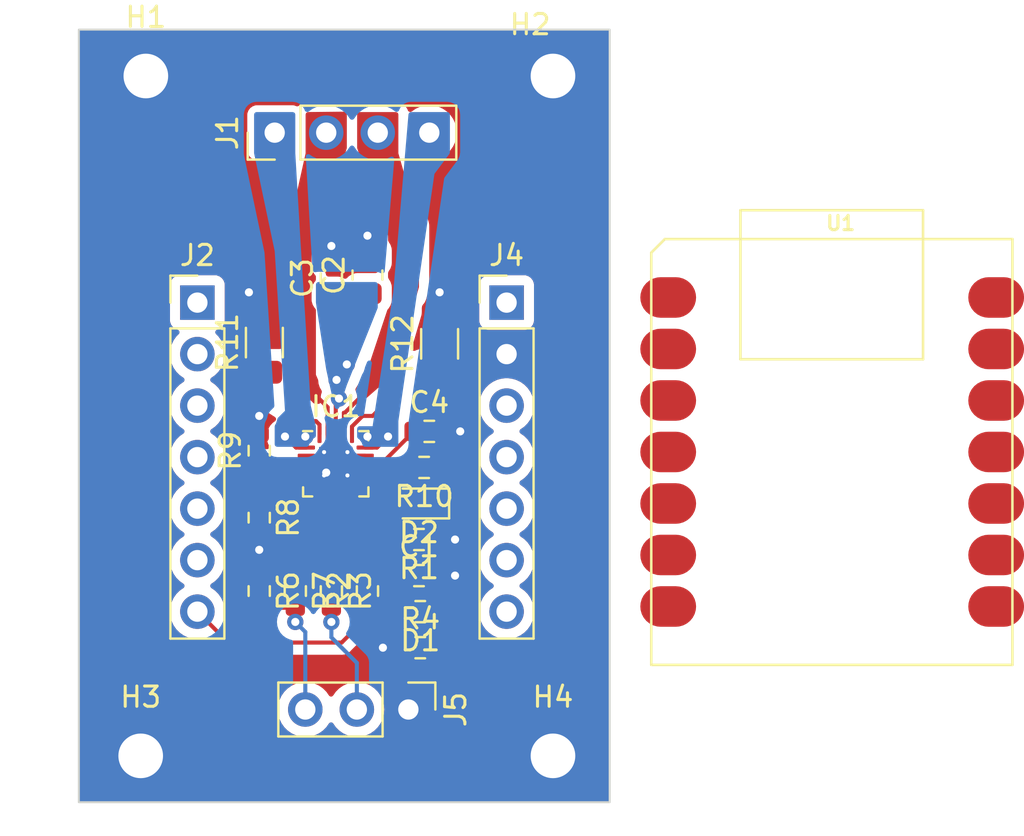
<source format=kicad_pcb>
(kicad_pcb (version 20221018) (generator pcbnew)
  (layers (0 "F.Cu" power) (31 "B.Cu" signal) (34 "B.Paste" user) (35 "F.Paste" user) (36 "B.SilkS" user "B.Silkscreen") (37 "F.SilkS" user "F.Silkscreen") (38 "B.Mask" user) (39 "F.Mask" user) (44 "Edge.Cuts" user))
  (net 0 "")
  (net 1 "/STDBY")
  (net 2 "GND")
  (net 3 "+3.3V")
  (net 4 "Net-(IC1-1,8Vout)")
  (net 5 "Net-(D1-K)")
  (net 6 "Net-(D2-K)")
  (net 7 "/DIAG")
  (net 8 "/OA2")
  (net 10 "/DIR")
  (net 11 "/STEP")
  (net 12 "/MS1\\AD0")
  (net 13 "/MS2\\AD1")
  (net 14 "/EN")
  (net 15 "/PD{slash}UART")
  (net 16 "/OB2")
  (net 17 "/SENS B")
  (net 18 "/OB1")
  (net 19 "/OA1")
  (net 20 "/SENS A")
  (net 22 "/TX")
  (net 24 "Net-(J5-Pin_2)")
  (net 29 "+5V")
  (footprint "Resistor_SMD:R_0603_1608Metric" (layer "F.Cu") (at 79.502 131.826 180)
    (fp_text reference "R1" (at 0 -1.43) (layer "F.SilkS"))
    (fp_text value "100k")
    (fp_line (start -0.237258 -0.5225) (end 0.237258 -0.5225) (stroke (width 0.12)) (layer "F.SilkS"))
    (fp_line (start -0.237258 0.5225) (end 0.237258 0.5225) (stroke (width 0.12)) (layer "F.SilkS"))
    (pad "1" smd roundrect (at -0.825 0 180) (size 0.8 0.95) (layers "F.Cu" "F.Paste" "F.Mask") (net 2 "GND"))
    (pad "2" smd roundrect (at 0.825 0 180) (size 0.8 0.95) (layers "F.Cu" "F.Paste" "F.Mask") (net 1 "/STDBY"))
  )
  (footprint "Connector_PinHeader_2.54mm:PinHeader_1x03_P2.54mm_Vertical" (layer "F.Cu") (at 78.979 140.208 -90)
    (fp_text reference "J5" (at 0 -2.33 90) (layer "F.SilkS"))
    (fp_text value "Conn_01x03_Pin")
    (fp_line (start -1.33 -1.33) (end 0 -1.33) (stroke (width 0.12)) (layer "F.SilkS"))
    (fp_line (start -1.33 0) (end -1.33 -1.33) (stroke (width 0.12)) (layer "F.SilkS"))
    (fp_line (start -1.33 1.27) (end -1.33 6.41) (stroke (width 0.12)) (layer "F.SilkS"))
    (fp_line (start -1.33 1.27) (end 1.33 1.27) (stroke (width 0.12)) (layer "F.SilkS"))
    (fp_line (start -1.33 6.41) (end 1.33 6.41) (stroke (width 0.12)) (layer "F.SilkS"))
    (fp_line (start 1.33 1.27) (end 1.33 6.41) (stroke (width 0.12)) (layer "F.SilkS"))
    (pad "1" thru_hole rect (at 0 0 270) (size 1.7 1.7) (drill 1) (layers "*.Cu" "*.Mask") (net 2 "GND"))
    (pad "2" thru_hole oval (at 0 2.54 270) (size 1.7 1.7) (drill 1) (layers "*.Cu" "*.Mask") (net 24 "Net-(J5-Pin_2)"))
    (pad "3" thru_hole oval (at 0 5.08 270) (size 1.7 1.7) (drill 1) (layers "*.Cu" "*.Mask") (net 3 "+3.3V"))
  )
  (footprint "MountingHole:MountingHole_2.2mm_M2_DIN965_Pad" (layer "F.Cu") (at 65.786 142.494)
    (fp_text reference "H3" (at 0 -2.9) (layer "F.SilkS"))
    (fp_text value "MountingHole_Pad")
    (pad "1" thru_hole circle (at 0 0) (size 3.8 3.8) (drill 2.2) (layers "*.Cu" "*.Mask") (net 2 "GND"))
  )
  (footprint "Resistor_SMD:R_0603_1608Metric" (layer "F.Cu") (at 76.962 134.366 90)
    (fp_text reference "R2" (at 0 -1.43 90) (layer "F.SilkS"))
    (fp_text value "100k")
    (fp_line (start -0.237258 -0.5225) (end 0.237258 -0.5225) (stroke (width 0.12)) (layer "F.SilkS"))
    (fp_line (start -0.237258 0.5225) (end 0.237258 0.5225) (stroke (width 0.12)) (layer "F.SilkS"))
    (pad "1" smd roundrect (at -0.825 0 90) (size 0.8 0.95) (layers "F.Cu" "F.Paste" "F.Mask") (net 22 "/TX"))
    (pad "2" smd roundrect (at 0.825 0 90) (size 0.8 0.95) (layers "F.Cu" "F.Paste" "F.Mask") (net 15 "/PD{slash}UART"))
  )
  (footprint "seeedStudio:MOUDLE14P-SMD-2.54-21X17.8MM" (layer "F.Cu") (at 90.95 138.008)
    (fp_text reference "U1" (at 9.3345 -21.7805) (layer "F.SilkS") (effects (font (size 0.7 0.7))))
    (fp_text value "MOUDLE-SEEEDUINO-XIAO-ESP32C3")
    (fp_line (start 0 -20.3285) (end 0 0) (stroke (width 0.127)) (layer "F.SilkS"))
    (fp_line (start 0 0) (end 17.8 0) (stroke (width 0.127)) (layer "F.SilkS"))
    (fp_line (start 0.671541 -21) (end 0 -20.3285) (stroke (width 0.127)) (layer "F.SilkS"))
    (fp_line (start 4.396 -15.072) (end 4.396 -22.425) (stroke (width 0.127)) (layer "F.SilkS"))
    (fp_line (start 4.4 -22.424) (end 13.395 -22.424) (stroke (width 0.127)) (layer "F.SilkS"))
    (fp_line (start 13.395 -22.424) (end 13.395 -15.072) (stroke (width 0.127)) (layer "F.SilkS"))
    (fp_line (start 13.395 -15.072) (end 4.396 -15.072) (stroke (width 0.127)) (layer "F.SilkS"))
    (fp_line (start 17.8 -21) (end 0.671541 -21) (stroke (width 0.127)) (layer "F.SilkS"))
    (fp_line (start 17.8 0) (end 17.8 -21) (stroke (width 0.127)) (layer "F.SilkS"))
    (pad "1" smd roundrect (at 0.835 -18.12) (size 2.75 2) (layers "F.Cu" "F.Paste" "F.Mask") (roundrect_rratio 0.5))
    (pad "2" smd roundrect (at 0.835 -15.58) (size 2.75 2) (layers "F.Cu" "F.Paste" "F.Mask") (roundrect_rratio 0.5) (net 7 "/DIAG"))
    (pad "3" smd roundrect (at 0.835 -13.04) (size 2.75 2) (layers "F.Cu" "F.Paste" "F.Mask") (roundrect_rratio 0.5) (net 1 "/STDBY"))
    (pad "4" smd roundrect (at 0.835 -10.5) (size 2.75 2) (layers "F.Cu" "F.Paste" "F.Mask") (roundrect_rratio 0.5) (net 10 "/DIR"))
    (pad "5" smd roundrect (at 0.835 -7.96) (size 2.75 2) (layers "F.Cu" "F.Paste" "F.Mask") (roundrect_rratio 0.5) (net 11 "/STEP"))
    (pad "6" smd roundrect (at 0.835 -5.42) (size 2.75 2) (layers "F.Cu" "F.Paste" "F.Mask") (roundrect_rratio 0.5) (net 14 "/EN"))
    (pad "7" smd roundrect (at 0.835 -2.88) (size 2.75 2) (layers "F.Cu" "F.Paste" "F.Mask") (roundrect_rratio 0.5) (net 22 "/TX"))
    (pad "8" smd roundrect (at 17 -2.88) (size 2.75 2) (layers "F.Cu" "F.Paste" "F.Mask") (roundrect_rratio 0.5) (net 15 "/PD{slash}UART"))
    (pad "9" smd roundrect (at 17 -5.42) (size 2.75 2) (layers "F.Cu" "F.Paste" "F.Mask") (roundrect_rratio 0.5))
    (pad "10" smd roundrect (at 17 -7.96) (size 2.75 2) (layers "F.Cu" "F.Paste" "F.Mask") (roundrect_rratio 0.5))
    (pad "11" smd roundrect (at 17 -10.5) (size 2.75 2) (layers "F.Cu" "F.Paste" "F.Mask") (roundrect_rratio 0.5))
    (pad "12" smd roundrect (at 17 -13.04) (size 2.75 2) (layers "F.Cu" "F.Paste" "F.Mask") (roundrect_rratio 0.5) (net 3 "+3.3V"))
    (pad "13" smd roundrect (at 17 -15.58) (size 2.75 2) (layers "F.Cu" "F.Paste" "F.Mask") (roundrect_rratio 0.5) (net 2 "GND"))
    (pad "14" smd roundrect (at 17 -18.12) (size 2.75 2) (layers "F.Cu" "F.Paste" "F.Mask") (roundrect_rratio 0.5) (net 29 "+5V"))
    (zone (net 0) (net_name "") (layer "F.Cu") (connect_pads (clearance 0)) (min_thickness 0.01)
      (keepout (tracks not_allowed) (vias not_allowed) (pads not_allowed) (copperpour not_allowed) (footprints allowed))
      (fill (thermal_gap 0.508) (thermal_bridge_width 0.508))
      (polygon (pts (xy 93.9345 125.2445) (xy 96.8555 125.2445) (xy 96.8555 127.2765) (xy 93.9345 127.2765)))
    )
    (zone (net 0) (net_name "") (layer "F.Cu") (connect_pads (clearance 0)) (min_thickness 0.01)
      (keepout (tracks not_allowed) (vias not_allowed) (pads not_allowed) (copperpour not_allowed) (footprints allowed))
      (fill (thermal_gap 0.508) (thermal_bridge_width 0.508))
      (polygon (pts (xy 94.633 116.926) (xy 96.411 116.926) (xy 96.411 119.593) (xy 94.633 119.593)))
    )
    (zone (net 0) (net_name "") (layer "F.Cu") (connect_pads (clearance 0)) (min_thickness 0.01)
      (keepout (tracks not_allowed) (vias not_allowed) (pads not_allowed) (copperpour not_allowed) (footprints allowed))
      (fill (thermal_gap 0.508) (thermal_bridge_width 0.508))
      (polygon (pts (xy 94.633 120.99) (xy 96.411 120.99) (xy 96.411 123.657) (xy 94.633 123.657)))
    )
    (zone (net 0) (net_name "") (layer "F.Cu") (connect_pads (clearance 0)) (min_thickness 0.01)
      (keepout (tracks not_allowed) (vias not_allowed) (pads not_allowed) (copperpour not_allowed) (footprints allowed))
      (fill (thermal_gap 0.508) (thermal_bridge_width 0.508))
      (polygon (pts (xy 97.3 117.688) (xy 102.507 117.688) (xy 102.507 124.673) (xy 97.3 124.673)))
    )
    (zone (net 0) (net_name "") (layer "F.Cu") (connect_pads (clearance 0)) (min_thickness 0.01)
      (keepout (tracks not_allowed) (vias not_allowed) (pads not_allowed) (copperpour not_allowed) (footprints allowed))
      (fill (thermal_gap 0.508) (thermal_bridge_width 0.508))
      (polygon (pts (xy 97.3 134.833) (xy 103.015 134.833) (xy 103.015 137.373) (xy 97.3 137.373)))
    )
    (zone (net 0) (net_name "") (layer "F.Cu") (connect_pads (clearance 0)) (min_thickness 0.01)
      (keepout (tracks not_allowed) (vias not_allowed) (pads not_allowed) (copperpour not_allowed) (footprints allowed))
      (fill (thermal_gap 0.508) (thermal_bridge_width 0.508))
      (polygon (pts (xy 100.729 126.705) (xy 103.777 126.705) (xy 103.777 129.753) (xy 100.729 129.753)))
    )
    (zone (net 0) (net_name "") (layer "F.Cu") (connect_pads (clearance 0)) (min_thickness 0.01)
      (keepout (tracks not_allowed) (vias not_allowed) (pads not_allowed) (copperpour not_allowed) (footprints allowed))
      (fill (thermal_gap 0.508) (thermal_bridge_width 0.508))
      (polygon (pts (xy 103.269 116.926) (xy 105.047 116.926) (xy 105.047 119.593) (xy 103.269 119.593)))
    )
    (zone (net 0) (net_name "") (layer "F.Cu") (connect_pads (clearance 0)) (min_thickness 0.01)
      (keepout (tracks not_allowed) (vias not_allowed) (pads not_allowed) (copperpour not_allowed) (footprints allowed))
      (fill (thermal_gap 0.508) (thermal_bridge_width 0.508))
      (polygon (pts (xy 103.269 120.99) (xy 105.047 120.99) (xy 105.047 123.657) (xy 103.269 123.657)))
    )
  )
  (footprint "Resistor_SMD:R_0603_1608Metric" (layer "F.Cu") (at 75.184 134.366 -90)
    (fp_text reference "R3" (at 0 -1.43 90) (layer "F.SilkS"))
    (fp_text value "100k")
    (fp_line (start -0.237258 -0.5225) (end 0.237258 -0.5225) (stroke (width 0.12)) (layer "F.SilkS"))
    (fp_line (start -0.237258 0.5225) (end 0.237258 0.5225) (stroke (width 0.12)) (layer "F.SilkS"))
    (pad "1" smd roundrect (at -0.825 0 270) (size 0.8 0.95) (layers "F.Cu" "F.Paste" "F.Mask") (net 14 "/EN"))
    (pad "2" smd roundrect (at 0.825 0 270) (size 0.8 0.95) (layers "F.Cu" "F.Paste" "F.Mask") (net 24 "Net-(J5-Pin_2)"))
  )
  (footprint "MountingHole:MountingHole_2.2mm_M2_DIN965_Pad" (layer "F.Cu") (at 86.106 142.494)
    (fp_text reference "H4" (at 0 -2.9) (layer "F.SilkS"))
    (fp_text value "MountingHole_Pad")
    (pad "1" thru_hole circle (at 0 0) (size 3.8 3.8) (drill 2.2) (layers "*.Cu" "*.Mask") (net 2 "GND"))
  )
  (footprint "Resistor_SMD:R_0603_1608Metric" (layer "F.Cu") (at 79.565 137.16)
    (fp_text reference "R4" (at 0 -1.43) (layer "F.SilkS"))
    (fp_text value "1k")
    (fp_line (start -0.237258 -0.5225) (end 0.237258 -0.5225) (stroke (width 0.12)) (layer "F.SilkS"))
    (fp_line (start -0.237258 0.5225) (end 0.237258 0.5225) (stroke (width 0.12)) (layer "F.SilkS"))
    (pad "1" smd roundrect (at -0.825 0) (size 0.8 0.95) (layers "F.Cu" "F.Paste" "F.Mask") (net 2 "GND"))
    (pad "2" smd roundrect (at 0.825 0) (size 0.8 0.95) (layers "F.Cu" "F.Paste" "F.Mask") (net 5 "Net-(D1-K)"))
  )
  (footprint "Resistor_SMD:R_0603_1608Metric" (layer "F.Cu") (at 80.01 126.492)
    (fp_text reference "C4" (at 0 -1.43) (layer "F.SilkS"))
    (fp_text value "100n")
    (fp_line (start -0.237258 -0.5225) (end 0.237258 -0.5225) (stroke (width 0.12)) (layer "F.SilkS"))
    (fp_line (start -0.237258 0.5225) (end 0.237258 0.5225) (stroke (width 0.12)) (layer "F.SilkS"))
    (pad "1" smd roundrect (at -0.825 0) (size 0.8 0.95) (layers "F.Cu" "F.Paste" "F.Mask") (net 4 "Net-(IC1-1,8Vout)"))
    (pad "2" smd roundrect (at 0.825 0) (size 0.8 0.95) (layers "F.Cu" "F.Paste" "F.Mask") (net 2 "GND"))
  )
  (footprint "MountingHole:MountingHole_2.2mm_M2_DIN965_Pad" (layer "F.Cu") (at 86.106 108.966)
    (fp_text reference "H2" (at -1.125 -2.54) (layer "F.SilkS"))
    (fp_text value "MountingHole_Pad")
    (pad "1" thru_hole circle (at 0 0) (size 3.8 3.8) (drill 2.2) (layers "*.Cu" "*.Mask") (net 2 "GND"))
  )
  (footprint "Resistor_SMD:R_0805_2012Metric" (layer "F.Cu") (at 76.962 118.7845 90)
    (fp_text reference "C2" (at 0 -1.65 90) (layer "F.SilkS"))
    (fp_text value "10u")
    (fp_line (start -0.227064 -0.735) (end 0.227064 -0.735) (stroke (width 0.12)) (layer "F.SilkS"))
    (fp_line (start -0.227064 0.735) (end 0.227064 0.735) (stroke (width 0.12)) (layer "F.SilkS"))
    (pad "1" smd roundrect (at -0.9125 0 90) (size 1.025 1.4) (layers "F.Cu" "F.Paste" "F.Mask") (roundrect_rratio 0.243902439) (net 3 "+3.3V"))
    (pad "2" smd roundrect (at 0.9125 0 90) (size 1.025 1.4) (layers "F.Cu" "F.Paste" "F.Mask") (roundrect_rratio 0.243902439) (net 2 "GND"))
  )
  (footprint "Resistor_SMD:R_0603_1608Metric" (layer "F.Cu") (at 79.502 133.604)
    (fp_text reference "C1" (at 0 -1.43) (layer "F.SilkS"))
    (fp_text value "100n")
    (fp_line (start -0.237258 -0.5225) (end 0.237258 -0.5225) (stroke (width 0.12)) (layer "F.SilkS"))
    (fp_line (start -0.237258 0.5225) (end 0.237258 0.5225) (stroke (width 0.12)) (layer "F.SilkS"))
    (pad "1" smd roundrect (at -0.825 0) (size 0.8 0.95) (layers "F.Cu" "F.Paste" "F.Mask") (net 1 "/STDBY"))
    (pad "2" smd roundrect (at 0.825 0) (size 0.8 0.95) (layers "F.Cu" "F.Paste" "F.Mask") (net 2 "GND"))
  )
  (footprint "Connector_PinHeader_2.54mm:PinHeader_1x07_P2.54mm_Vertical" (layer "F.Cu") (at 68.58 120.142)
    (fp_text reference "J2" (at 0 -2.33) (layer "F.SilkS"))
    (fp_text value "Conn_01x07_Pin")
    (fp_line (start -1.33 -1.33) (end 0 -1.33) (stroke (width 0.12)) (layer "F.SilkS"))
    (fp_line (start -1.33 0) (end -1.33 -1.33) (stroke (width 0.12)) (layer "F.SilkS"))
    (fp_line (start -1.33 1.27) (end -1.33 16.57) (stroke (width 0.12)) (layer "F.SilkS"))
    (fp_line (start -1.33 1.27) (end 1.33 1.27) (stroke (width 0.12)) (layer "F.SilkS"))
    (fp_line (start -1.33 16.57) (end 1.33 16.57) (stroke (width 0.12)) (layer "F.SilkS"))
    (fp_line (start 1.33 1.27) (end 1.33 16.57) (stroke (width 0.12)) (layer "F.SilkS"))
    (pad "1" thru_hole rect (at 0 0) (size 1.7 1.7) (drill 1) (layers "*.Cu" "*.Mask"))
    (pad "2" thru_hole oval (at 0 2.54) (size 1.7 1.7) (drill 1) (layers "*.Cu" "*.Mask") (net 7 "/DIAG"))
    (pad "3" thru_hole oval (at 0 5.08) (size 1.7 1.7) (drill 1) (layers "*.Cu" "*.Mask") (net 1 "/STDBY"))
    (pad "4" thru_hole oval (at 0 7.62) (size 1.7 1.7) (drill 1) (layers "*.Cu" "*.Mask") (net 10 "/DIR"))
    (pad "5" thru_hole oval (at 0 10.16) (size 1.7 1.7) (drill 1) (layers "*.Cu" "*.Mask") (net 11 "/STEP"))
    (pad "6" thru_hole oval (at 0 12.7) (size 1.7 1.7) (drill 1) (layers "*.Cu" "*.Mask") (net 14 "/EN"))
    (pad "7" thru_hole oval (at 0 15.24) (size 1.7 1.7) (drill 1) (layers "*.Cu" "*.Mask") (net 22 "/TX"))
  )
  (footprint "Resistor_SMD:R_0603_1608Metric" (layer "F.Cu") (at 71.628 130.747 -90)
    (fp_text reference "R8" (at 0 -1.43 90) (layer "F.SilkS"))
    (fp_text value "100k")
    (fp_line (start -0.237258 -0.5225) (end 0.237258 -0.5225) (stroke (width 0.12)) (layer "F.SilkS"))
    (fp_line (start -0.237258 0.5225) (end 0.237258 0.5225) (stroke (width 0.12)) (layer "F.SilkS"))
    (pad "1" smd roundrect (at -0.825 0 270) (size 0.8 0.95) (layers "F.Cu" "F.Paste" "F.Mask") (net 11 "/STEP"))
    (pad "2" smd roundrect (at 0.825 0 270) (size 0.8 0.95) (layers "F.Cu" "F.Paste" "F.Mask") (net 2 "GND"))
  )
  (footprint "Connector_PinHeader_2.54mm:PinHeader_1x07_P2.54mm_Vertical" (layer "F.Cu") (at 83.82 120.142)
    (fp_text reference "J4" (at 0 -2.33) (layer "F.SilkS"))
    (fp_text value "Conn_01x08_Pin")
    (fp_line (start -1.33 -1.33) (end 0 -1.33) (stroke (width 0.12)) (layer "F.SilkS"))
    (fp_line (start -1.33 0) (end -1.33 -1.33) (stroke (width 0.12)) (layer "F.SilkS"))
    (fp_line (start -1.33 1.27) (end -1.33 16.57) (stroke (width 0.12)) (layer "F.SilkS"))
    (fp_line (start -1.33 1.27) (end 1.33 1.27) (stroke (width 0.12)) (layer "F.SilkS"))
    (fp_line (start -1.33 16.57) (end 1.33 16.57) (stroke (width 0.12)) (layer "F.SilkS"))
    (fp_line (start 1.33 1.27) (end 1.33 16.57) (stroke (width 0.12)) (layer "F.SilkS"))
    (pad "1" thru_hole rect (at 0 0) (size 1.7 1.7) (drill 1) (layers "*.Cu" "*.Mask") (net 29 "+5V"))
    (pad "2" thru_hole oval (at 0 2.54) (size 1.7 1.7) (drill 1) (layers "*.Cu" "*.Mask") (net 2 "GND"))
    (pad "3" thru_hole oval (at 0 5.08) (size 1.7 1.7) (drill 1) (layers "*.Cu" "*.Mask") (net 3 "+3.3V"))
    (pad "4" thru_hole oval (at 0 7.62) (size 1.7 1.7) (drill 1) (layers "*.Cu" "*.Mask"))
    (pad "5" thru_hole oval (at 0 10.16) (size 1.7 1.7) (drill 1) (layers "*.Cu" "*.Mask"))
    (pad "6" thru_hole oval (at 0 12.7) (size 1.7 1.7) (drill 1) (layers "*.Cu" "*.Mask"))
    (pad "7" thru_hole oval (at 0 15.24) (size 1.7 1.7) (drill 1) (layers "*.Cu" "*.Mask") (net 15 "/PD{slash}UART"))
  )
  (footprint "Resistor_SMD:R_0603_1608Metric" (layer "F.Cu") (at 79.756 128.27 180)
    (fp_text reference "R10" (at 0 -1.43) (layer "F.SilkS"))
    (fp_text value "1k")
    (fp_line (start -0.237258 -0.5225) (end 0.237258 -0.5225) (stroke (width 0.12)) (layer "F.SilkS"))
    (fp_line (start -0.237258 0.5225) (end 0.237258 0.5225) (stroke (width 0.12)) (layer "F.SilkS"))
    (pad "1" smd roundrect (at -0.825 0 180) (size 0.8 0.95) (layers "F.Cu" "F.Paste" "F.Mask") (net 6 "Net-(D2-K)"))
    (pad "2" smd roundrect (at 0.825 0 180) (size 0.8 0.95) (layers "F.Cu" "F.Paste" "F.Mask") (net 2 "GND"))
  )
  (footprint "Resistor_SMD:R_0603_1608Metric" (layer "F.Cu") (at 71.628 134.366 -90)
    (fp_text reference "R6" (at 0 -1.43 90) (layer "F.SilkS"))
    (fp_text value "100k")
    (fp_line (start -0.237258 -0.5225) (end 0.237258 -0.5225) (stroke (width 0.12)) (layer "F.SilkS"))
    (fp_line (start -0.237258 0.5225) (end 0.237258 0.5225) (stroke (width 0.12)) (layer "F.SilkS"))
    (pad "1" smd roundrect (at -0.825 0 270) (size 0.8 0.95) (layers "F.Cu" "F.Paste" "F.Mask") (net 12 "/MS1\\AD0"))
    (pad "2" smd roundrect (at 0.825 0 270) (size 0.8 0.95) (layers "F.Cu" "F.Paste" "F.Mask") (net 3 "+3.3V"))
  )
  (footprint "Package_DFN_QFN:QFN-20-1EP_3x3mm_P0.4mm_EP1.65x1.65mm_ThermalVias" (layer "F.Cu") (at 75.4 128.09)
    (fp_text reference "IC1" (at 0 -2.82) (layer "F.SilkS"))
    (fp_text value "TMC2300")
    (fp_line (start -1.61 1.61) (end -1.61 1.16) (stroke (width 0.12)) (layer "F.SilkS"))
    (fp_line (start -1.16 -1.61) (end -1.61 -1.61) (stroke (width 0.12)) (layer "F.SilkS"))
    (fp_line (start -1.16 1.61) (end -1.61 1.61) (stroke (width 0.12)) (layer "F.SilkS"))
    (fp_line (start 1.16 -1.61) (end 1.61 -1.61) (stroke (width 0.12)) (layer "F.SilkS"))
    (fp_line (start 1.16 1.61) (end 1.61 1.61) (stroke (width 0.12)) (layer "F.SilkS"))
    (fp_line (start 1.61 -1.61) (end 1.61 -1.16) (stroke (width 0.12)) (layer "F.SilkS"))
    (fp_line (start 1.61 1.61) (end 1.61 1.16) (stroke (width 0.12)) (layer "F.SilkS"))
    (pad "1" smd roundrect (at -1.45 -0.8) (size 0.85 0.2) (layers "F.Cu" "F.Paste" "F.Mask") (net 8 "/OA2"))
    (pad "2" smd roundrect (at -1.45 -0.4) (size 0.85 0.2) (layers "F.Cu" "F.Paste" "F.Mask"))
    (pad "3" smd roundrect (at -1.45 0) (size 0.85 0.2) (layers "F.Cu" "F.Paste" "F.Mask") (net 10 "/DIR"))
    (pad "4" smd roundrect (at -1.45 0.4) (size 0.85 0.2) (layers "F.Cu" "F.Paste" "F.Mask") (net 11 "/STEP"))
    (pad "5" smd roundrect (at -1.45 0.8) (size 0.85 0.2) (layers "F.Cu" "F.Paste" "F.Mask") (net 12 "/MS1\\AD0"))
    (pad "6" smd roundrect (at -0.8 1.45) (size 0.2 0.85) (layers "F.Cu" "F.Paste" "F.Mask") (net 13 "/MS2\\AD1"))
    (pad "7" smd roundrect (at -0.4 1.45) (size 0.2 0.85) (layers "F.Cu" "F.Paste" "F.Mask") (net 14 "/EN"))
    (pad "8" smd roundrect (at 0 1.45) (size 0.2 0.85) (layers "F.Cu" "F.Paste" "F.Mask") (net 3 "+3.3V"))
    (pad "9" smd roundrect (at 0.4 1.45) (size 0.2 0.85) (layers "F.Cu" "F.Paste" "F.Mask") (net 2 "GND"))
    (pad "10" smd roundrect (at 0.8 1.45) (size 0.2 0.85) (layers "F.Cu" "F.Paste" "F.Mask") (net 15 "/PD{slash}UART"))
    (pad "11" smd roundrect (at 1.45 0.8) (size 0.85 0.2) (layers "F.Cu" "F.Paste" "F.Mask") (net 1 "/STDBY"))
    (pad "12" smd roundrect (at 1.45 0.4) (size 0.85 0.2) (layers "F.Cu" "F.Paste" "F.Mask") (net 7 "/DIAG"))
    (pad "13" smd roundrect (at 1.45 0) (size 0.85 0.2) (layers "F.Cu" "F.Paste" "F.Mask") (net 4 "Net-(IC1-1,8Vout)"))
    (pad "14" smd roundrect (at 1.45 -0.4) (size 0.85 0.2) (layers "F.Cu" "F.Paste" "F.Mask") (net 2 "GND"))
    (pad "15" smd roundrect (at 1.45 -0.8) (size 0.85 0.2) (layers "F.Cu" "F.Paste" "F.Mask") (net 16 "/OB2"))
    (pad "16" smd roundrect (at 0.8 -1.45) (size 0.2 0.85) (layers "F.Cu" "F.Paste" "F.Mask") (net 17 "/SENS B"))
    (pad "17" smd roundrect (at 0.4 -1.45) (size 0.2 0.85) (layers "F.Cu" "F.Paste" "F.Mask") (net 18 "/OB1"))
    (pad "18" smd roundrect (at 0 -1.45) (size 0.2 0.85) (layers "F.Cu" "F.Paste" "F.Mask") (net 3 "+3.3V"))
    (pad "19" smd roundrect (at -0.4 -1.45) (size 0.2 0.85) (layers "F.Cu" "F.Paste" "F.Mask") (net 19 "/OA1"))
    (pad "20" smd roundrect (at -0.8 -1.45) (size 0.2 0.85) (layers "F.Cu" "F.Paste" "F.Mask") (net 20 "/SENS A"))
    (pad "21" thru_hole circle (at -0.575 -0.575) (size 0.5 0.5) (drill 0.2) (layers "*.Cu") (net 2 "GND"))
    (pad "21" thru_hole circle (at -0.575 0.575) (size 0.5 0.5) (drill 0.2) (layers "*.Cu") (net 2 "GND"))
    (pad "21" smd rect (at 0 0) (size 1.65 1.65) (layers "F.Cu" "F.Mask") (net 2 "GND"))
    (pad "21" smd rect (at 0 0) (size 1.65 1.65) (layers "B.Cu") (net 2 "GND"))
    (pad "21" thru_hole circle (at 0.575 -0.575) (size 0.5 0.5) (drill 0.2) (layers "*.Cu") (net 2 "GND"))
    (pad "21" thru_hole circle (at 0.575 0.575) (size 0.5 0.5) (drill 0.2) (layers "*.Cu") (net 2 "GND"))
  )
  (footprint "MountingHole:MountingHole_2.2mm_M2_DIN965_Pad" (layer "F.Cu") (at 66.04 108.966)
    (fp_text reference "H1" (at 0 -2.9) (layer "F.SilkS"))
    (fp_text value "MountingHole_Pad")
    (pad "1" thru_hole circle (at 0 0) (size 3.8 3.8) (drill 2.2) (layers "*.Cu" "*.Mask") (net 2 "GND"))
  )
  (footprint "Resistor_SMD:R_1206_3216Metric" (layer "F.Cu") (at 80.518 122.174 90)
    (fp_text reference "R12" (at 0 -1.82 90) (layer "F.SilkS"))
    (fp_text value "220")
    (fp_line (start -0.727064 -0.91) (end 0.727064 -0.91) (stroke (width 0.12)) (layer "F.SilkS"))
    (fp_line (start -0.727064 0.91) (end 0.727064 0.91) (stroke (width 0.12)) (layer "F.SilkS"))
    (pad "1" smd roundrect (at -1.4625 0 90) (size 1.125 1.75) (layers "F.Cu" "F.Paste" "F.Mask") (roundrect_rratio 0.2222222222) (net 17 "/SENS B"))
    (pad "2" smd roundrect (at 1.4625 0 90) (size 1.125 1.75) (layers "F.Cu" "F.Paste" "F.Mask") (roundrect_rratio 0.2222222222) (net 2 "GND"))
  )
  (footprint "Connector_PinHeader_2.54mm:PinHeader_1x04_P2.54mm_Vertical" (layer "F.Cu") (at 72.39 111.76 90)
    (fp_text reference "J1" (at 0 -2.33 90) (layer "F.SilkS"))
    (fp_text value "Conn_01x04_Pin")
    (fp_line (start -1.33 -1.33) (end 0 -1.33) (stroke (width 0.12)) (layer "F.SilkS"))
    (fp_line (start -1.33 0) (end -1.33 -1.33) (stroke (width 0.12)) (layer "F.SilkS"))
    (fp_line (start -1.33 1.27) (end -1.33 8.95) (stroke (width 0.12)) (layer "F.SilkS"))
    (fp_line (start -1.33 1.27) (end 1.33 1.27) (stroke (width 0.12)) (layer "F.SilkS"))
    (fp_line (start -1.33 8.95) (end 1.33 8.95) (stroke (width 0.12)) (layer "F.SilkS"))
    (fp_line (start 1.33 1.27) (end 1.33 8.95) (stroke (width 0.12)) (layer "F.SilkS"))
    (pad "1" thru_hole rect (at 0 0 90) (size 1.7 1.7) (drill 1) (layers "*.Cu" "*.Mask") (net 8 "/OA2"))
    (pad "2" thru_hole oval (at 0 2.54 90) (size 1.7 1.7) (drill 1) (layers "*.Cu" "*.Mask") (net 19 "/OA1"))
    (pad "3" thru_hole oval (at 0 5.08 90) (size 1.7 1.7) (drill 1) (layers "*.Cu" "*.Mask") (net 18 "/OB1"))
    (pad "4" thru_hole oval (at 0 7.62 90) (size 1.7 1.7) (drill 1) (layers "*.Cu" "*.Mask") (net 16 "/OB2"))
  )
  (footprint "Resistor_SMD:R_0603_1608Metric" (layer "F.Cu") (at 79.565 135.382 180)
    (fp_text reference "D1" (at 0 -1.43) (layer "F.SilkS"))
    (fp_text value "0603/LED")
    (fp_line (start -0.237258 -0.5225) (end 0.237258 -0.5225) (stroke (width 0.12)) (layer "F.SilkS"))
    (fp_line (start -0.237258 0.5225) (end 0.237258 0.5225) (stroke (width 0.12)) (layer "F.SilkS"))
    (pad "1" smd roundrect (at -0.825 0 180) (size 0.8 0.95) (layers "F.Cu" "F.Paste" "F.Mask") (net 5 "Net-(D1-K)"))
    (pad "2" smd roundrect (at 0.825 0 180) (size 0.8 0.95) (layers "F.Cu" "F.Paste" "F.Mask") (net 1 "/STDBY"))
  )
  (footprint "LED_SMD:LED_0603_1608Metric" (layer "F.Cu") (at 79.502 130.048 180)
    (fp_text reference "D2" (at 0 -1.43) (layer "F.SilkS"))
    (fp_text value "white/0603")
    (fp_line (start -1.485 -0.735) (end -1.485 0.735) (stroke (width 0.12)) (layer "F.SilkS"))
    (fp_line (start -1.485 0.735) (end 0.8 0.735) (stroke (width 0.12)) (layer "F.SilkS"))
    (fp_line (start 0.8 -0.735) (end -1.485 -0.735) (stroke (width 0.12)) (layer "F.SilkS"))
    (pad "1" smd roundrect (at -0.7875 0 180) (size 0.875 0.95) (layers "F.Cu" "F.Paste" "F.Mask") (net 6 "Net-(D2-K)"))
    (pad "2" smd roundrect (at 0.7875 0 180) (size 0.875 0.95) (layers "F.Cu" "F.Paste" "F.Mask") (net 7 "/DIAG"))
  )
  (footprint "Resistor_SMD:R_0603_1608Metric" (layer "F.Cu") (at 75.184 118.935 90)
    (fp_text reference "C3" (at 0 -1.43 90) (layer "F.SilkS"))
    (fp_text value "100n")
    (fp_line (start -0.237258 -0.5225) (end 0.237258 -0.5225) (stroke (width 0.12)) (layer "F.SilkS"))
    (fp_line (start -0.237258 0.5225) (end 0.237258 0.5225) (stroke (width 0.12)) (layer "F.SilkS"))
    (pad "1" smd roundrect (at -0.825 0 90) (size 0.8 0.95) (layers "F.Cu" "F.Paste" "F.Mask") (net 3 "+3.3V"))
    (pad "2" smd roundrect (at 0.825 0 90) (size 0.8 0.95) (layers "F.Cu" "F.Paste" "F.Mask") (net 2 "GND"))
  )
  (footprint "Resistor_SMD:R_0603_1608Metric" (layer "F.Cu") (at 71.628 127.445 90)
    (fp_text reference "R9" (at 0 -1.43 90) (layer "F.SilkS"))
    (fp_text value "100k")
    (fp_line (start -0.237258 -0.5225) (end 0.237258 -0.5225) (stroke (width 0.12)) (layer "F.SilkS"))
    (fp_line (start -0.237258 0.5225) (end 0.237258 0.5225) (stroke (width 0.12)) (layer "F.SilkS"))
    (pad "1" smd roundrect (at -0.825 0 90) (size 0.8 0.95) (layers "F.Cu" "F.Paste" "F.Mask") (net 10 "/DIR"))
    (pad "2" smd roundrect (at 0.825 0 90) (size 0.8 0.95) (layers "F.Cu" "F.Paste" "F.Mask") (net 2 "GND"))
  )
  (footprint "Resistor_SMD:R_1206_3216Metric" (layer "F.Cu") (at 71.882 122.1125 90)
    (fp_text reference "R11" (at 0 -1.82 90) (layer "F.SilkS"))
    (fp_text value "220")
    (fp_line (start -0.727064 -0.91) (end 0.727064 -0.91) (stroke (width 0.12)) (layer "F.SilkS"))
    (fp_line (start -0.727064 0.91) (end 0.727064 0.91) (stroke (width 0.12)) (layer "F.SilkS"))
    (pad "1" smd roundrect (at -1.4625 0 90) (size 1.125 1.75) (layers "F.Cu" "F.Paste" "F.Mask") (roundrect_rratio 0.2222222222) (net 20 "/SENS A"))
    (pad "2" smd roundrect (at 1.4625 0 90) (size 1.125 1.75) (layers "F.Cu" "F.Paste" "F.Mask") (roundrect_rratio 0.2222222222) (net 2 "GND"))
  )
  (footprint "Resistor_SMD:R_0603_1608Metric" (layer "F.Cu") (at 73.406 134.366 -90)
    (fp_text reference "R7" (at 0 -1.43 90) (layer "F.SilkS"))
    (fp_text value "100k")
    (fp_line (start -0.237258 -0.5225) (end 0.237258 -0.5225) (stroke (width 0.12)) (layer "F.SilkS"))
    (fp_line (start -0.237258 0.5225) (end 0.237258 0.5225) (stroke (width 0.12)) (layer "F.SilkS"))
    (pad "1" smd roundrect (at -0.825 0 270) (size 0.8 0.95) (layers "F.Cu" "F.Paste" "F.Mask") (net 13 "/MS2\\AD1"))
    (pad "2" smd roundrect (at 0.825 0 270) (size 0.8 0.95) (layers "F.Cu" "F.Paste" "F.Mask") (net 3 "+3.3V"))
  )
  (gr_rect (start 62.738 106.68) (end 88.9 144.78) (stroke (width 0.1)) (fill none) (layer "Edge.Cuts"))
  (segment (start 78.677 131.826) (end 78.677 133.604) (width 0.2) (layer "F.Cu") (net 1))
  (segment (start 77.216 128.89) (end 77.324 128.998) (width 0.2) (layer "F.Cu") (net 1))
  (segment (start 76.85 128.89) (end 77.216 128.89) (width 0.2) (layer "F.Cu") (net 1))
  (segment (start 77.324 131.172) (end 77.978 131.826) (width 0.2) (layer "F.Cu") (net 1))
  (segment (start 77.978 131.826) (end 78.677 131.826) (width 0.2) (layer "F.Cu") (net 1))
  (segment (start 78.677 133.604) (end 78.677 135.319) (width 0.2) (layer "F.Cu") (net 1))
  (segment (start 78.677 135.319) (end 78.74 135.382) (width 0.2) (layer "F.Cu") (net 1))
  (segment (start 77.324 128.998) (end 77.324 131.172) (width 0.2) (layer "F.Cu") (net 1))
  (segment (start 75.8 129.54) (end 75.8 128.84) (width 0.2) (layer "F.Cu") (net 2))
  (segment (start 78.677 128.27) (end 78.931 128.27) (width 0.2) (layer "F.Cu") (net 2))
  (segment (start 76.85 127.69) (end 76.15 127.69) (width 0.2) (layer "F.Cu") (net 2))
  (segment (start 78.931 128.27) (end 79.452 128.791) (width 0.2) (layer "F.Cu") (net 2))
  (segment (start 76.15 127.69) (end 75.975 127.515) (width 0.2) (layer "F.Cu") (net 2))
  (segment (start 79.452 128.791) (end 79.452 131.268) (width 0.2) (layer "F.Cu") (net 2))
  (segment (start 79.452 131.268) (end 80.01 131.826) (width 0.2) (layer "F.Cu") (net 2))
  (segment (start 75.8 128.84) (end 75.975 128.665) (width 0.2) (layer "F.Cu") (net 2))
  (segment (start 80.01 131.826) (end 80.327 131.826) (width 0.2) (layer "F.Cu") (net 2))
  (via (at 76.962 116.84) (size 0.8) (drill 0.4) (layers "F.Cu" "B.Cu") (net 2))
  (via (at 71.628 132.334) (size 0.8) (drill 0.4) (layers "F.Cu" "B.Cu") (net 2))
  (via (at 77.724 137.16) (size 0.8) (drill 0.4) (layers "F.Cu" "B.Cu") (net 2))
  (via (at 74.93 128.524) (size 0.8) (drill 0.4) (layers "F.Cu" "B.Cu") (net 2))
  (via (at 80.518 119.634) (size 0.8) (drill 0.4) (layers "F.Cu" "B.Cu") (net 2))
  (via (at 71.12 119.634) (size 0.8) (drill 0.4) (layers "F.Cu" "B.Cu") (net 2))
  (via (at 81.534 126.492) (size 0.8) (drill 0.4) (layers "F.Cu" "B.Cu") (net 2))
  (via (at 71.628 125.73) (size 0.8) (drill 0.4) (layers "F.Cu" "B.Cu") (net 2))
  (via (at 81.28 133.604) (size 0.8) (drill 0.4) (layers "F.Cu" "B.Cu") (net 2))
  (via (at 81.28 131.826) (size 0.8) (drill 0.4) (layers "F.Cu" "B.Cu") (net 2))
  (via (at 75.184 117.348) (size 0.8) (drill 0.4) (layers "F.Cu" "B.Cu") (net 2))
  (segment (start 75.959 133.128352) (end 75.959 133.953648) (width 0.2) (layer "F.Cu") (net 3))
  (segment (start 75.438 123.952) (end 75.438 123.698) (width 0.2) (layer "F.Cu") (net 3))
  (segment (start 75.671648 130.789648) (end 75.671648 132.841) (width 0.2) (layer "F.Cu") (net 3))
  (segment (start 75.4 129.54) (end 75.4 130.518) (width 0.2) (layer "F.Cu") (net 3))
  (segment (start 75.671648 132.841) (end 75.959 133.128352) (width 0.2) (layer "F.Cu") (net 3))
  (segment (start 75.4 126.64) (end 75.4 123.99) (width 0.2) (layer "F.Cu") (net 3))
  (segment (start 73.406 135.191) (end 71.628 135.191) (width 0.2) (layer "F.Cu") (net 3))
  (segment (start 75.4 130.518) (end 75.671648 130.789648) (width 0.2) (layer "F.Cu") (net 3))
  (segment (start 75.4 123.99) (end 75.438 123.952) (width 0.2) (layer "F.Cu") (net 3))
  (segment (start 73.406 135.191) (end 73.406 135.89) (width 0.2) (layer "F.Cu") (net 3))
  (segment (start 75.959 133.953648) (end 75.671648 134.241) (width 0.2) (layer "F.Cu") (net 3))
  (segment (start 74.356 134.241) (end 73.406 135.191) (width 0.2) (layer "F.Cu") (net 3))
  (segment (start 75.438 123.698) (end 75.946 123.19) (width 0.2) (layer "F.Cu") (net 3))
  (segment (start 75.671648 134.241) (end 74.356 134.241) (width 0.2) (layer "F.Cu") (net 3))
  (via (at 75.559552 124.872497) (size 0.8) (drill 0.4) (layers "F.Cu" "B.Cu") (net 3))
  (via (at 73.406 135.89) (size 0.8) (drill 0.4) (layers "F.Cu" "B.Cu") (net 3))
  (via (at 75.438 123.952) (size 0.8) (drill 0.4) (layers "F.Cu" "B.Cu") (net 3))
  (via (at 75.946 123.19) (size 0.8) (drill 0.4) (layers "F.Cu" "B.Cu") (net 3))
  (segment (start 73.899 136.383) (end 73.899 140.208) (width 0.2) (layer "B.Cu") (net 3))
  (segment (start 73.406 135.89) (end 73.899 136.383) (width 0.2) (layer "B.Cu") (net 3))
  (segment (start 78.931 126.809) (end 77.65 128.09) (width 0.2) (layer "F.Cu") (net 4))
  (segment (start 78.931 126.492) (end 78.931 126.809) (width 0.2) (layer "F.Cu") (net 4))
  (segment (start 77.65 128.09) (end 76.85 128.09) (width 0.2) (layer "F.Cu") (net 4))
  (segment (start 80.39 135.382) (end 80.39 137.16) (width 0.2) (layer "F.Cu") (net 5))
  (segment (start 80.327 130.0105) (end 80.2895 130.048) (width 0.2) (layer "F.Cu") (net 6))
  (segment (start 80.327 128.27) (end 80.327 130.0105) (width 0.2) (layer "F.Cu") (net 6))
  (segment (start 78.232 129.5655) (end 78.232 129.286) (width 0.2) (layer "F.Cu") (net 7))
  (segment (start 78.7145 130.048) (end 78.232 129.5655) (width 0.2) (layer "F.Cu") (net 7))
  (segment (start 77.436 128.49) (end 76.85 128.49) (width 0.2) (layer "F.Cu") (net 7))
  (segment (start 78.232 129.286) (end 77.436 128.49) (width 0.2) (layer "F.Cu") (net 7))
  (segment (start 73.442 127.29) (end 73.95 127.29) (width 0.2) (layer "F.Cu") (net 8))
  (segment (start 72.898 126.746) (end 72.898 126.746) (width 0.2) (layer "F.Cu") (net 8))
  (segment (start 72.898 126.746) (end 73.442 127.29) (width 0.2) (layer "F.Cu") (net 8))
  (via (at 73.9 126.746895) (size 0.8) (drill 0.4) (layers "F.Cu" "B.Cu") (net 8))
  (via (at 72.898 126.746) (size 0.8) (drill 0.4) (layers "F.Cu" "B.Cu") (net 8))
  (segment (start 71.808 128.09) (end 73.95 128.09) (width 0.2) (layer "F.Cu") (net 10))
  (segment (start 71.628 128.27) (end 71.808 128.09) (width 0.2) (layer "F.Cu") (net 10))
  (segment (start 73.128314 128.49) (end 73.95 128.49) (width 0.2) (layer "F.Cu") (net 11))
  (segment (start 71.882 129.286) (end 72.332314 129.286) (width 0.2) (layer "F.Cu") (net 11))
  (segment (start 71.628 129.54) (end 71.882 129.286) (width 0.2) (layer "F.Cu") (net 11))
  (segment (start 71.628 129.922) (end 71.628 129.54) (width 0.2) (layer "F.Cu") (net 11))
  (segment (start 72.332314 129.286) (end 73.128314 128.49) (width 0.2) (layer "F.Cu") (net 11))
  (segment (start 72.898 129.286) (end 73.294 128.89) (width 0.2) (layer "F.Cu") (net 12))
  (segment (start 73.294 128.89) (end 73.95 128.89) (width 0.2) (layer "F.Cu") (net 12))
  (segment (start 72.898 132.08) (end 72.898 129.286) (width 0.2) (layer "F.Cu") (net 12))
  (segment (start 71.628 133.541) (end 71.628 133.35) (width 0.2) (layer "F.Cu") (net 12))
  (segment (start 71.628 133.35) (end 72.898 132.08) (width 0.2) (layer "F.Cu") (net 12))
  (segment (start 74.6 130.886) (end 74.6 129.54) (width 0.2) (layer "F.Cu") (net 13))
  (segment (start 73.406 132.08) (end 74.6 130.886) (width 0.2) (layer "F.Cu") (net 13))
  (segment (start 73.406 133.541) (end 73.406 132.08) (width 0.2) (layer "F.Cu") (net 13))
  (segment (start 75 133.357) (end 75.184 133.541) (width 0.2) (layer "F.Cu") (net 14))
  (segment (start 75 129.54) (end 75 133.357) (width 0.2) (layer "F.Cu") (net 14))
  (segment (start 76.962 132.334) (end 76.962 133.541) (width 0.2) (layer "F.Cu") (net 15))
  (segment (start 76.2 129.54) (end 76.2 131.572) (width 0.2) (layer "F.Cu") (net 15))
  (segment (start 76.2 131.572) (end 76.962 132.334) (width 0.2) (layer "F.Cu") (net 15))
  (segment (start 77.434 127.29) (end 76.85 127.29) (width 0.2) (layer "F.Cu") (net 16))
  (segment (start 77.978 126.746) (end 77.434 127.29) (width 0.2) (layer "F.Cu") (net 16))
  (segment (start 77.978 126.746) (end 77.851 126.873) (width 0.2) (layer "F.Cu") (net 16))
  (via (at 76.962 126.746) (size 0.8) (drill 0.4) (layers "F.Cu" "B.Cu") (net 16))
  (via (at 77.978 126.746) (size 0.8) (drill 0.4) (layers "F.Cu" "B.Cu") (net 16))
  (segment (start 77.216 125.73) (end 77.47 125.476) (width 0.2) (layer "F.Cu") (net 17))
  (segment (start 76.2 126.251025) (end 76.721025 125.73) (width 0.2) (layer "F.Cu") (net 17))
  (segment (start 76.2 126.64) (end 76.2 126.251025) (width 0.2) (layer "F.Cu") (net 17))
  (segment (start 76.721025 125.73) (end 77.216 125.73) (width 0.2) (layer "F.Cu") (net 17))
  (segment (start 75.849502 125.572497) (end 76.962 124.459999) (width 0.2) (layer "F.Cu") (net 18))
  (segment (start 75.8 125.572497) (end 75.849502 125.572497) (width 0.2) (layer "F.Cu") (net 18))
  (segment (start 75.8 126.64) (end 75.8 125.572497) (width 0.2) (layer "F.Cu") (net 18))
  (segment (start 76.962 124.459999) (end 76.962 124.206) (width 0.2) (layer "F.Cu") (net 18))
  (segment (start 75 126.64) (end 75 125.302895) (width 0.2) (layer "F.Cu") (net 19))
  (segment (start 73.914 124.216895) (end 73.914 123.698) (width 0.2) (layer "F.Cu") (net 19))
  (segment (start 75 125.302895) (end 73.914 124.216895) (width 0.2) (layer "F.Cu") (net 19))
  (segment (start 74.6 126.162) (end 74.422 125.984) (width 0.2) (layer "F.Cu") (net 20))
  (segment (start 74.422 125.984) (end 73.914 125.984) (width 0.2) (layer "F.Cu") (net 20))
  (segment (start 74.6 126.64) (end 74.6 126.162) (width 0.2) (layer "F.Cu") (net 20))
  (segment (start 73.914 125.984) (end 73.406 125.476) (width 0.2) (layer "F.Cu") (net 20))
  (segment (start 76.962 135.636) (end 75.692 136.906) (width 0.2) (layer "F.Cu") (net 22))
  (segment (start 76.962 135.191) (end 76.962 135.636) (width 0.2) (layer "F.Cu") (net 22))
  (segment (start 70.104 136.906) (end 68.58 135.382) (width 0.2) (layer "F.Cu") (net 22))
  (segment (start 75.692 136.906) (end 70.104 136.906) (width 0.2) (layer "F.Cu") (net 22))
  (segment (start 75.184 135.191) (end 75.184 135.89) (width 0.2) (layer "F.Cu") (net 24))
  (via (at 75.184 135.89) (size 0.8) (drill 0.4) (layers "F.Cu" "B.Cu") (net 24))
  (segment (start 75.184 136.652) (end 76.439 137.907) (width 0.2) (layer "B.Cu") (net 24))
  (segment (start 76.439 137.907) (end 76.439 140.208) (width 0.2) (layer "B.Cu") (net 24))
  (segment (start 75.184 135.89) (end 75.184 136.652) (width 0.2) (layer "B.Cu") (net 24))
  (zone (net 18) (net_name "/OB1") (layer "F.Cu") (priority 7) (connect_pads yes (clearance 0.5)) (min_thickness 0.25) (fill yes (thermal_gap 0.5) (thermal_bridge_width 0.5))
    (polygon (pts (xy 76.454 110.744) (xy 78.486 110.744) (xy 78.486 112.776) (xy 79.502 116.332) (xy 79.502 119.38) (xy 78.232 123.698) (xy 76.2 125.476) (xy 75.692 125.476) (xy 76.962 123.444) (xy 77.978 120.396) (xy 77.978 116.84) (xy 76.454 112.522)))
  )
  (zone (net 19) (net_name "/OA1") (layer "F.Cu") (priority 6) (connect_pads yes (clearance 0.5)) (min_thickness 0.25) (fill yes (thermal_gap 0.5) (thermal_bridge_width 0.5))
    (polygon (pts (xy 73.914 112.776) (xy 73.914 110.744) (xy 75.946 110.723405) (xy 75.946 112.522) (xy 74.422 117.327405) (xy 74.422 123.698) (xy 75.184 125.476) (xy 74.676 125.476) (xy 73.406 124.206) (xy 72.898 117.348)))
  )
  (zone (net 2) (net_name "GND") (layers "F&B.Cu") (priority 1) (connect_pads yes (clearance 0.5)) (min_thickness 0.25) (fill yes (thermal_gap 0.5) (thermal_bridge_width 0.5))
    (polygon (pts (xy 62.738 106.68) (xy 88.9 106.68) (xy 88.9 144.78) (xy 62.738 144.78)))
  )
  (zone (net 16) (net_name "/OB2") (layer "B.Cu") (priority 2) (connect_pads yes (clearance 0.5)) (min_thickness 0.25) (fill yes (thermal_gap 0.5) (thermal_bridge_width 0.5))
    (polygon (pts (xy 76.454 127.254) (xy 76.454 126.238) (xy 77.216 126.238) (xy 78.232 119.634) (xy 78.994 110.744) (xy 81.026 110.744) (xy 81.026 112.776) (xy 80.264 113.792) (xy 78.486 125.984) (xy 78.486 127.254)))
  )
  (zone (net 8) (net_name "/OA2") (layer "B.Cu") (priority 3) (connect_pads yes (clearance 0.5)) (min_thickness 0.25) (fill yes (thermal_gap 0.5) (thermal_bridge_width 0.5))
    (polygon (pts (xy 72.39 127.254) (xy 72.39 125.984) (xy 72.898 125.476) (xy 72.39 117.602) (xy 71.374 112.776) (xy 71.374 110.744) (xy 73.406 110.744) (xy 73.406 112.776) (xy 73.66 117.094) (xy 74.168 125.222) (xy 74.422 126.238) (xy 74.422 127.254)))
  )
  (zone (net 3) (net_name "+3.3V") (layer "B.Cu") (priority 5) (connect_pads yes (clearance 0.5)) (min_thickness 0.25) (fill yes (thermal_gap 0.5) (thermal_bridge_width 0.5))
    (polygon (pts (xy 74.422 119.126) (xy 77.47 119.126) (xy 77.47 120.396) (xy 75.946 124.206) (xy 75.438 125.73) (xy 74.93 123.444) (xy 74.422 120.142)))
  )
)
</source>
